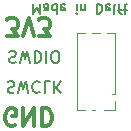
<source format=gbr>
G04 #@! TF.GenerationSoftware,KiCad,Pcbnew,(5.0.1-3-g963ef8bb5)*
G04 #@! TF.CreationDate,2018-12-17T14:06:15+01:00*
G04 #@! TF.ProjectId,jtag-swd,6A7461672D7377642E6B696361645F70,rev?*
G04 #@! TF.SameCoordinates,Original*
G04 #@! TF.FileFunction,Legend,Bot*
G04 #@! TF.FilePolarity,Positive*
%FSLAX46Y46*%
G04 Gerber Fmt 4.6, Leading zero omitted, Abs format (unit mm)*
G04 Created by KiCad (PCBNEW (5.0.1-3-g963ef8bb5)) date 2018 December 17, Monday 14:06:15*
%MOMM*%
%LPD*%
G01*
G04 APERTURE LIST*
%ADD10C,0.150000*%
%ADD11C,0.200000*%
%ADD12C,0.300000*%
%ADD13C,0.120000*%
G04 APERTURE END LIST*
D10*
X70263238Y-42564095D02*
X70263238Y-43364095D01*
X70529904Y-42792666D01*
X70796571Y-43364095D01*
X70796571Y-42564095D01*
X71520380Y-42564095D02*
X71520380Y-42983142D01*
X71482285Y-43059333D01*
X71406095Y-43097428D01*
X71253714Y-43097428D01*
X71177523Y-43059333D01*
X71520380Y-42602190D02*
X71444190Y-42564095D01*
X71253714Y-42564095D01*
X71177523Y-42602190D01*
X71139428Y-42678380D01*
X71139428Y-42754571D01*
X71177523Y-42830761D01*
X71253714Y-42868857D01*
X71444190Y-42868857D01*
X71520380Y-42906952D01*
X72244190Y-42564095D02*
X72244190Y-43364095D01*
X72244190Y-42602190D02*
X72168000Y-42564095D01*
X72015619Y-42564095D01*
X71939428Y-42602190D01*
X71901333Y-42640285D01*
X71863238Y-42716476D01*
X71863238Y-42945047D01*
X71901333Y-43021238D01*
X71939428Y-43059333D01*
X72015619Y-43097428D01*
X72168000Y-43097428D01*
X72244190Y-43059333D01*
X72929904Y-42602190D02*
X72853714Y-42564095D01*
X72701333Y-42564095D01*
X72625142Y-42602190D01*
X72587047Y-42678380D01*
X72587047Y-42983142D01*
X72625142Y-43059333D01*
X72701333Y-43097428D01*
X72853714Y-43097428D01*
X72929904Y-43059333D01*
X72968000Y-42983142D01*
X72968000Y-42906952D01*
X72587047Y-42830761D01*
X73920380Y-42564095D02*
X73920380Y-43097428D01*
X73920380Y-43364095D02*
X73882285Y-43326000D01*
X73920380Y-43287904D01*
X73958476Y-43326000D01*
X73920380Y-43364095D01*
X73920380Y-43287904D01*
X74301333Y-43097428D02*
X74301333Y-42564095D01*
X74301333Y-43021238D02*
X74339428Y-43059333D01*
X74415619Y-43097428D01*
X74529904Y-43097428D01*
X74606095Y-43059333D01*
X74644190Y-42983142D01*
X74644190Y-42564095D01*
X75634666Y-42564095D02*
X75634666Y-43364095D01*
X75825142Y-43364095D01*
X75939428Y-43326000D01*
X76015619Y-43249809D01*
X76053714Y-43173619D01*
X76091809Y-43021238D01*
X76091809Y-42906952D01*
X76053714Y-42754571D01*
X76015619Y-42678380D01*
X75939428Y-42602190D01*
X75825142Y-42564095D01*
X75634666Y-42564095D01*
X76739428Y-42602190D02*
X76663238Y-42564095D01*
X76510857Y-42564095D01*
X76434666Y-42602190D01*
X76396571Y-42678380D01*
X76396571Y-42983142D01*
X76434666Y-43059333D01*
X76510857Y-43097428D01*
X76663238Y-43097428D01*
X76739428Y-43059333D01*
X76777523Y-42983142D01*
X76777523Y-42906952D01*
X76396571Y-42830761D01*
X77234666Y-42564095D02*
X77158476Y-42602190D01*
X77120380Y-42678380D01*
X77120380Y-43364095D01*
X77425142Y-43097428D02*
X77729904Y-43097428D01*
X77539428Y-42564095D02*
X77539428Y-43249809D01*
X77577523Y-43326000D01*
X77653714Y-43364095D01*
X77729904Y-43364095D01*
X77882285Y-43097428D02*
X78187047Y-43097428D01*
X77996571Y-43364095D02*
X77996571Y-42678380D01*
X78034666Y-42602190D01*
X78110857Y-42564095D01*
X78187047Y-42564095D01*
D11*
X68080238Y-49125238D02*
X68223095Y-49077619D01*
X68461190Y-49077619D01*
X68556428Y-49125238D01*
X68604047Y-49172857D01*
X68651666Y-49268095D01*
X68651666Y-49363333D01*
X68604047Y-49458571D01*
X68556428Y-49506190D01*
X68461190Y-49553809D01*
X68270714Y-49601428D01*
X68175476Y-49649047D01*
X68127857Y-49696666D01*
X68080238Y-49791904D01*
X68080238Y-49887142D01*
X68127857Y-49982380D01*
X68175476Y-50030000D01*
X68270714Y-50077619D01*
X68508809Y-50077619D01*
X68651666Y-50030000D01*
X68985000Y-50077619D02*
X69223095Y-49077619D01*
X69413571Y-49791904D01*
X69604047Y-49077619D01*
X69842143Y-50077619D01*
X70794523Y-49172857D02*
X70746904Y-49125238D01*
X70604047Y-49077619D01*
X70508809Y-49077619D01*
X70365952Y-49125238D01*
X70270714Y-49220476D01*
X70223095Y-49315714D01*
X70175476Y-49506190D01*
X70175476Y-49649047D01*
X70223095Y-49839523D01*
X70270714Y-49934761D01*
X70365952Y-50030000D01*
X70508809Y-50077619D01*
X70604047Y-50077619D01*
X70746904Y-50030000D01*
X70794523Y-49982380D01*
X71699285Y-49077619D02*
X71223095Y-49077619D01*
X71223095Y-50077619D01*
X72032619Y-49077619D02*
X72032619Y-50077619D01*
X72604047Y-49077619D02*
X72175476Y-49649047D01*
X72604047Y-50077619D02*
X72032619Y-49506190D01*
X68223095Y-46585238D02*
X68365952Y-46537619D01*
X68604047Y-46537619D01*
X68699285Y-46585238D01*
X68746904Y-46632857D01*
X68794523Y-46728095D01*
X68794523Y-46823333D01*
X68746904Y-46918571D01*
X68699285Y-46966190D01*
X68604047Y-47013809D01*
X68413571Y-47061428D01*
X68318333Y-47109047D01*
X68270714Y-47156666D01*
X68223095Y-47251904D01*
X68223095Y-47347142D01*
X68270714Y-47442380D01*
X68318333Y-47490000D01*
X68413571Y-47537619D01*
X68651666Y-47537619D01*
X68794523Y-47490000D01*
X69127857Y-47537619D02*
X69365952Y-46537619D01*
X69556428Y-47251904D01*
X69746904Y-46537619D01*
X69985000Y-47537619D01*
X70365952Y-46537619D02*
X70365952Y-47537619D01*
X70604047Y-47537619D01*
X70746904Y-47490000D01*
X70842143Y-47394761D01*
X70889762Y-47299523D01*
X70937381Y-47109047D01*
X70937381Y-46966190D01*
X70889762Y-46775714D01*
X70842143Y-46680476D01*
X70746904Y-46585238D01*
X70604047Y-46537619D01*
X70365952Y-46537619D01*
X71365952Y-46537619D02*
X71365952Y-47537619D01*
X72032619Y-47537619D02*
X72223095Y-47537619D01*
X72318333Y-47490000D01*
X72413571Y-47394761D01*
X72461190Y-47204285D01*
X72461190Y-46870952D01*
X72413571Y-46680476D01*
X72318333Y-46585238D01*
X72223095Y-46537619D01*
X72032619Y-46537619D01*
X71937381Y-46585238D01*
X71842143Y-46680476D01*
X71794523Y-46870952D01*
X71794523Y-47204285D01*
X71842143Y-47394761D01*
X71937381Y-47490000D01*
X72032619Y-47537619D01*
D12*
X68707142Y-52820000D02*
X68564285Y-52891428D01*
X68350000Y-52891428D01*
X68135714Y-52820000D01*
X67992857Y-52677142D01*
X67921428Y-52534285D01*
X67850000Y-52248571D01*
X67850000Y-52034285D01*
X67921428Y-51748571D01*
X67992857Y-51605714D01*
X68135714Y-51462857D01*
X68350000Y-51391428D01*
X68492857Y-51391428D01*
X68707142Y-51462857D01*
X68778571Y-51534285D01*
X68778571Y-52034285D01*
X68492857Y-52034285D01*
X69421428Y-51391428D02*
X69421428Y-52891428D01*
X70278571Y-51391428D01*
X70278571Y-52891428D01*
X70992857Y-51391428D02*
X70992857Y-52891428D01*
X71350000Y-52891428D01*
X71564285Y-52820000D01*
X71707142Y-52677142D01*
X71778571Y-52534285D01*
X71850000Y-52248571D01*
X71850000Y-52034285D01*
X71778571Y-51748571D01*
X71707142Y-51605714D01*
X71564285Y-51462857D01*
X71350000Y-51391428D01*
X70992857Y-51391428D01*
X67992857Y-45271428D02*
X68921428Y-45271428D01*
X68421428Y-44700000D01*
X68635714Y-44700000D01*
X68778571Y-44628571D01*
X68850000Y-44557142D01*
X68921428Y-44414285D01*
X68921428Y-44057142D01*
X68850000Y-43914285D01*
X68778571Y-43842857D01*
X68635714Y-43771428D01*
X68207142Y-43771428D01*
X68064285Y-43842857D01*
X67992857Y-43914285D01*
X69350000Y-45271428D02*
X69850000Y-43771428D01*
X70350000Y-45271428D01*
X70707142Y-45271428D02*
X71635714Y-45271428D01*
X71135714Y-44700000D01*
X71350000Y-44700000D01*
X71492857Y-44628571D01*
X71564285Y-44557142D01*
X71635714Y-44414285D01*
X71635714Y-44057142D01*
X71564285Y-43914285D01*
X71492857Y-43842857D01*
X71350000Y-43771428D01*
X70921428Y-43771428D01*
X70778571Y-43842857D01*
X70707142Y-43914285D01*
D13*
G04 #@! TO.C,J1*
X73980000Y-51495000D02*
X74622470Y-51495000D01*
X75237530Y-51495000D02*
X75440000Y-51495000D01*
X73980000Y-51495000D02*
X73980000Y-45025000D01*
X76507530Y-45025000D02*
X77150000Y-45025000D01*
X73980000Y-45025000D02*
X74622470Y-45025000D01*
X75237530Y-45025000D02*
X75892470Y-45025000D01*
X77150000Y-50165000D02*
X77150000Y-45025000D01*
X76960000Y-50165000D02*
X77150000Y-50165000D01*
X77150000Y-51560000D02*
X77150000Y-50800000D01*
X76200000Y-51560000D02*
X77150000Y-51560000D01*
G04 #@! TD*
M02*

</source>
